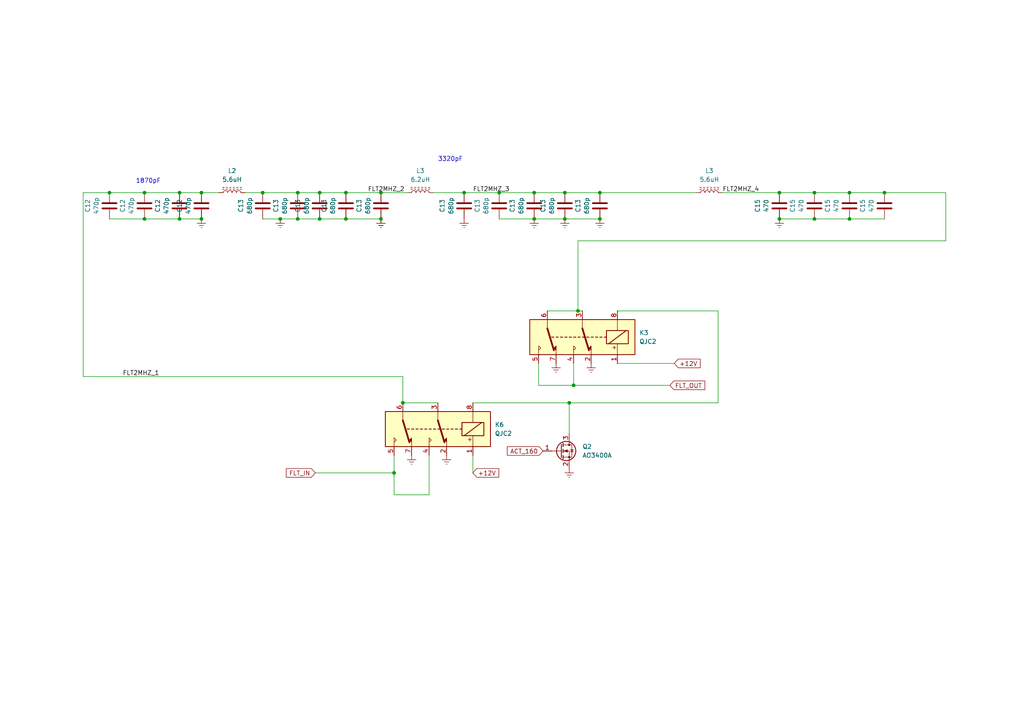
<source format=kicad_sch>
(kicad_sch (version 20230121) (generator eeschema)
  (paper "A4")
  (lib_symbols
    (symbol "Device:C" (pin_numbers hide) (pin_names (offset 0.254))
      (property "Reference" "C" (at 0.635 2.54 0))
      (property "Value" "C" (at 0.635 -2.54 0))
      (symbol "C_0_1"
        (polyline (pts (xy -2.032 -0.762) (xy 2.032 -0.762)) (stroke (width 0.508)))
        (polyline (pts (xy -2.032 0.762) (xy 2.032 0.762)) (stroke (width 0.508)))
      )
      (symbol "C_1_1"
        (pin passive line (at 0 3.81 270) (length 2.794) (name "~") (number "1"))
        (pin passive line (at 0 -3.81 90) (length 2.794) (name "~") (number "2"))
      )
    )
    (symbol "Device:L_Ferrite" (pin_numbers hide) (pin_names (offset 1.016) hide)
      (property "Reference" "L" (at -1.27 0 90))
      (property "Value" "L_Ferrite" (at 2.794 0 90))
      (symbol "L_Ferrite_0_1"
        (arc (start 0 -2.54) (mid 0.6323 -1.905) (end 0 -1.27))
        (arc (start 0 -1.27) (mid 0.6323 -0.635) (end 0 0))
        (polyline (pts (xy 1.016 -2.794) (xy 1.016 -2.286)))
        (polyline (pts (xy 1.016 -1.778) (xy 1.016 -1.27)))
        (polyline (pts (xy 1.016 -0.762) (xy 1.016 -0.254)))
        (polyline (pts (xy 1.016 0.254) (xy 1.016 0.762)))
        (polyline (pts (xy 1.016 1.27) (xy 1.016 1.778)))
        (polyline (pts (xy 1.016 2.286) (xy 1.016 2.794)))
        (polyline (pts (xy 1.524 -2.286) (xy 1.524 -2.794)))
        (polyline (pts (xy 1.524 -1.27) (xy 1.524 -1.778)))
        (polyline (pts (xy 1.524 -0.254) (xy 1.524 -0.762)))
        (polyline (pts (xy 1.524 0.762) (xy 1.524 0.254)))
        (polyline (pts (xy 1.524 1.778) (xy 1.524 1.27)))
        (polyline (pts (xy 1.524 2.794) (xy 1.524 2.286)))
        (arc (start 0 0) (mid 0.6323 0.635) (end 0 1.27))
        (arc (start 0 1.27) (mid 0.6323 1.905) (end 0 2.54))
      )
      (symbol "L_Ferrite_1_1"
        (pin passive line (at 0 3.81 270) (length 1.27) (name "1") (number "1"))
        (pin passive line (at 0 -3.81 90) (length 1.27) (name "2") (number "2"))
      )
    )
    (symbol "Relay:G6K-2"
      (property "Reference" "K" (at 16.51 3.81 0))
      (property "Value" "G6K-2" (at 16.51 1.27 0))
      (symbol "G6K-2_0_0"
        (text "+" (at -9.271 2.921 0) (effects (font (size 1.27 1.27))))
      )
      (symbol "G6K-2_0_1"
        (rectangle (start -15.24 5.08) (end 15.24 -5.08) (stroke (width 0.254)) (fill (type background)))
        (rectangle (start -13.335 1.905) (end -6.985 -1.905) (stroke (width 0.254)))
        (polyline (pts (xy -12.7 -1.905) (xy -7.62 1.905)) (stroke (width 0.254)))
        (polyline (pts (xy -10.16 -5.08) (xy -10.16 -1.905)))
        (polyline (pts (xy -10.16 5.08) (xy -10.16 1.905)))
        (polyline (pts (xy -6.985 0) (xy -6.35 0)) (stroke (width 0.254)))
        (polyline (pts (xy -5.715 0) (xy -5.08 0)) (stroke (width 0.254)))
        (polyline (pts (xy -4.445 0) (xy -3.81 0)) (stroke (width 0.254)))
        (polyline (pts (xy -3.175 0) (xy -2.54 0)) (stroke (width 0.254)))
        (polyline (pts (xy -1.905 0) (xy -1.27 0)) (stroke (width 0.254)))
        (polyline (pts (xy -0.635 0) (xy 0 0)) (stroke (width 0.254)))
        (polyline (pts (xy 0 -2.54) (xy -1.905 3.81)) (stroke (width 0.508)))
        (polyline (pts (xy 0 -2.54) (xy 0 -5.08)))
        (polyline (pts (xy 0.635 0) (xy 1.27 0)) (stroke (width 0.254)))
        (polyline (pts (xy 1.905 0) (xy 2.54 0)) (stroke (width 0.254)))
        (polyline (pts (xy 3.175 0) (xy 3.81 0)) (stroke (width 0.254)))
        (polyline (pts (xy 4.445 0) (xy 5.08 0)) (stroke (width 0.254)))
        (polyline (pts (xy 5.715 0) (xy 6.35 0)) (stroke (width 0.254)))
        (polyline (pts (xy 6.985 0) (xy 7.62 0)) (stroke (width 0.254)))
        (polyline (pts (xy 8.255 0) (xy 8.89 0)) (stroke (width 0.254)))
        (polyline (pts (xy 10.16 -2.54) (xy 8.255 3.81)) (stroke (width 0.508)))
        (polyline (pts (xy 10.16 -2.54) (xy 10.16 -5.08)))
        (polyline (pts (xy -2.54 5.08) (xy -2.54 2.54) (xy -1.905 3.175) (xy -2.54 3.81)) (fill (type outline)))
        (polyline (pts (xy 2.54 5.08) (xy 2.54 2.54) (xy 1.905 3.175) (xy 2.54 3.81)))
        (polyline (pts (xy 7.62 5.08) (xy 7.62 2.54) (xy 8.255 3.175) (xy 7.62 3.81)) (fill (type outline)))
        (polyline (pts (xy 12.7 5.08) (xy 12.7 2.54) (xy 12.065 3.175) (xy 12.7 3.81)))
      )
      (symbol "G6K-2_1_1"
        (pin passive line (at -10.16 7.62 270) (length 2.54) (name "~") (number "1"))
        (pin passive line (at -2.54 7.62 270) (length 2.54) (name "~") (number "2"))
        (pin passive line (at 0 -7.62 90) (length 2.54) (name "~") (number "3"))
        (pin passive line (at 2.54 7.62 270) (length 2.54) (name "~") (number "4"))
        (pin passive line (at 12.7 7.62 270) (length 2.54) (name "~") (number "5"))
        (pin passive line (at 10.16 -7.62 90) (length 2.54) (name "~") (number "6"))
        (pin passive line (at 7.62 7.62 270) (length 2.54) (name "~") (number "7"))
        (pin passive line (at -10.16 -7.62 90) (length 2.54) (name "~") (number "8"))
      )
    )
    (symbol "Transistor_FET:AO3400A" (pin_names hide)
      (property "Reference" "Q" (at 5.08 1.905 0))
      (property "Value" "AO3400A" (at 5.08 0 0))
      (symbol "AO3400A_0_1"
        (polyline (pts (xy 0.254 0) (xy -2.54 0)))
        (polyline (pts (xy 0.254 1.905) (xy 0.254 -1.905)) (stroke (width 0.254)))
        (polyline (pts (xy 0.762 -1.27) (xy 0.762 -2.286)) (stroke (width 0.254)))
        (polyline (pts (xy 0.762 0.508) (xy 0.762 -0.508)) (stroke (width 0.254)))
        (polyline (pts (xy 0.762 2.286) (xy 0.762 1.27)) (stroke (width 0.254)))
        (polyline (pts (xy 2.54 2.54) (xy 2.54 1.778)))
        (polyline (pts (xy 2.54 -2.54) (xy 2.54 0) (xy 0.762 0)))
        (polyline (pts (xy 0.762 -1.778) (xy 3.302 -1.778) (xy 3.302 1.778) (xy 0.762 1.778)))
        (polyline (pts (xy 1.016 0) (xy 2.032 0.381) (xy 2.032 -0.381) (xy 1.016 0)) (fill (type outline)))
        (polyline (pts (xy 2.794 0.508) (xy 2.921 0.381) (xy 3.683 0.381) (xy 3.81 0.254)))
        (polyline (pts (xy 3.302 0.381) (xy 2.921 -0.254) (xy 3.683 -0.254) (xy 3.302 0.381)))
        (circle (center 1.651 0) (radius 2.794) (stroke (width 0.254)))
        (circle (center 2.54 -1.778) (radius 0.254) (fill (type outline)))
        (circle (center 2.54 1.778) (radius 0.254) (fill (type outline)))
      )
      (symbol "AO3400A_1_1"
        (pin input line (at -5.08 0 0) (length 2.54) (name "G") (number "1"))
        (pin passive line (at 2.54 -5.08 90) (length 2.54) (name "S") (number "2"))
        (pin passive line (at 2.54 5.08 270) (length 2.54) (name "D") (number "3"))
      )
    )
    (symbol "power:Earth" (power) (pin_names (offset 0))
      (symbol "Earth_0_1"
        (polyline (pts (xy -0.635 -1.905) (xy 0.635 -1.905)))
        (polyline (pts (xy -0.127 -2.54) (xy 0.127 -2.54)))
        (polyline (pts (xy 0 -1.27) (xy 0 0)))
        (polyline (pts (xy 1.27 -1.27) (xy -1.27 -1.27)))
      )
      (symbol "Earth_1_1"
        (pin power_in line (at 0 0 270) (length 0) hide (name "Earth") (number "1"))
      )
    )
  )
  (junction (at 92.71 63.5))
  (junction (at 256.54 55.88))
  (junction (at 246.38 63.5))
  (junction (at 134.62 55.88))
  (junction (at 81.28 63.5))
  (junction (at 41.91 63.5))
  (junction (at 154.94 63.5))
  (junction (at 163.83 55.88))
  (junction (at 226.06 63.5))
  (junction (at 236.22 63.5))
  (junction (at 100.33 63.5))
  (junction (at 163.83 63.5))
  (junction (at 92.71 55.88))
  (junction (at 52.07 63.5))
  (junction (at 31.75 55.88))
  (junction (at 226.06 55.88))
  (junction (at 52.07 55.88))
  (junction (at 144.78 55.88))
  (junction (at 86.36 63.5))
  (junction (at 41.91 55.88))
  (junction (at 246.38 55.88))
  (junction (at 86.36 55.88))
  (junction (at 76.2 55.88))
  (junction (at 154.94 55.88))
  (junction (at 58.42 55.88))
  (junction (at 116.84 116.84))
  (junction (at 167.64 90.17))
  (junction (at 236.22 55.88))
  (junction (at 58.42 63.5))
  (junction (at 100.33 55.88))
  (junction (at 173.99 63.5))
  (junction (at 110.49 55.88))
  (junction (at 165.1 116.84))
  (junction (at 166.37 111.76))
  (junction (at 114.3 137.16))
  (junction (at 173.99 55.88))
  (junction (at 110.49 63.5))
  (wire (pts (xy 246.38 63.5) (xy 236.22 63.5)))
  (wire (pts (xy 166.37 111.76) (xy 194.31 111.76)))
  (wire (pts (xy 208.28 90.17) (xy 208.28 116.84)))
  (wire (pts (xy 86.36 63.5) (xy 92.71 63.5)))
  (wire (pts (xy 110.49 55.88) (xy 118.11 55.88)))
  (wire (pts (xy 125.73 55.88) (xy 134.62 55.88)))
  (wire (pts (xy 71.12 55.88) (xy 76.2 55.88)))
  (wire (pts (xy 236.22 63.5) (xy 226.06 63.5)))
  (wire (pts (xy 156.21 105.41) (xy 156.21 111.76)))
  (wire (pts (xy 114.3 143.51) (xy 114.3 137.16)))
  (wire (pts (xy 163.83 55.88) (xy 173.99 55.88)))
  (wire (pts (xy 208.28 116.84) (xy 165.1 116.84)))
  (wire (pts (xy 274.32 69.85) (xy 274.32 55.88)))
  (wire (pts (xy 154.94 55.88) (xy 163.83 55.88)))
  (wire (pts (xy 124.46 132.08) (xy 124.46 143.51)))
  (wire (pts (xy 137.16 137.16) (xy 137.16 132.08)))
  (wire (pts (xy 167.64 69.85) (xy 274.32 69.85)))
  (wire (pts (xy 76.2 63.5) (xy 81.28 63.5)))
  (wire (pts (xy 76.2 55.88) (xy 86.36 55.88)))
  (wire (pts (xy 52.07 63.5) (xy 58.42 63.5)))
  (wire (pts (xy 144.78 63.5) (xy 154.94 63.5)))
  (wire (pts (xy 24.13 109.22) (xy 24.13 55.88)))
  (wire (pts (xy 179.07 105.41) (xy 195.58 105.41)))
  (wire (pts (xy 236.22 55.88) (xy 246.38 55.88)))
  (wire (pts (xy 92.71 55.88) (xy 100.33 55.88)))
  (wire (pts (xy 165.1 116.84) (xy 165.1 125.73)))
  (wire (pts (xy 246.38 55.88) (xy 256.54 55.88)))
  (wire (pts (xy 31.75 63.5) (xy 41.91 63.5)))
  (wire (pts (xy 124.46 143.51) (xy 114.3 143.51)))
  (wire (pts (xy 209.55 55.88) (xy 226.06 55.88)))
  (wire (pts (xy 226.06 55.88) (xy 236.22 55.88)))
  (wire (pts (xy 116.84 116.84) (xy 127 116.84)))
  (wire (pts (xy 41.91 55.88) (xy 52.07 55.88)))
  (wire (pts (xy 31.75 55.88) (xy 41.91 55.88)))
  (wire (pts (xy 100.33 55.88) (xy 110.49 55.88)))
  (wire (pts (xy 154.94 63.5) (xy 163.83 63.5)))
  (wire (pts (xy 52.07 55.88) (xy 58.42 55.88)))
  (wire (pts (xy 179.07 90.17) (xy 208.28 90.17)))
  (wire (pts (xy 137.16 116.84) (xy 165.1 116.84)))
  (wire (pts (xy 41.91 63.5) (xy 52.07 63.5)))
  (wire (pts (xy 86.36 55.88) (xy 92.71 55.88)))
  (wire (pts (xy 167.64 69.85) (xy 167.64 90.17)))
  (wire (pts (xy 173.99 55.88) (xy 201.93 55.88)))
  (wire (pts (xy 134.62 55.88) (xy 144.78 55.88)))
  (wire (pts (xy 256.54 55.88) (xy 274.32 55.88)))
  (wire (pts (xy 144.78 55.88) (xy 154.94 55.88)))
  (wire (pts (xy 167.64 90.17) (xy 168.91 90.17)))
  (wire (pts (xy 256.54 63.5) (xy 246.38 63.5)))
  (wire (pts (xy 116.84 109.22) (xy 116.84 116.84)))
  (wire (pts (xy 24.13 55.88) (xy 31.75 55.88)))
  (wire (pts (xy 58.42 55.88) (xy 63.5 55.88)))
  (wire (pts (xy 100.33 63.5) (xy 110.49 63.5)))
  (wire (pts (xy 166.37 111.76) (xy 156.21 111.76)))
  (wire (pts (xy 24.13 109.22) (xy 116.84 109.22)))
  (wire (pts (xy 114.3 132.08) (xy 114.3 137.16)))
  (wire (pts (xy 92.71 63.5) (xy 100.33 63.5)))
  (wire (pts (xy 166.37 111.76) (xy 166.37 105.41)))
  (wire (pts (xy 91.44 137.16) (xy 114.3 137.16)))
  (wire (pts (xy 81.28 63.5) (xy 86.36 63.5)))
  (wire (pts (xy 167.64 90.17) (xy 158.75 90.17)))
  (wire (pts (xy 173.99 63.5) (xy 163.83 63.5)))
  (text "3320pF\n" (at 127 46.99 0) (effects (font (size 1.27 1.27)) (justify left bottom)))
  (text "1870pF" (at 39.37 53.34 0) (effects (font (size 1.27 1.27)) (justify left bottom)))
  (label "FLT2MHZ_1" (at 35.56 109.22 0))
  (label "FLT2MHZ_3" (at 137.16 55.88 0))
  (label "FLT2MHZ_2" (at 106.68 55.88 0))
  (label "FLT2MHZ_4" (at 209.55 55.88 0))
  (global_label "FLT_IN" (shape input) (at 91.44 137.16 180) (property "Intersheetrefs" "${INTERSHEET_REFS}" (effects hide)))
  (global_label "ACT_160" (shape input) (at 157.48 130.81 180) (property "Intersheetrefs" "${INTERSHEET_REFS}" (effects hide)))
  (global_label "FLT_OUT" (shape input) (at 194.31 111.76 0) (property "Intersheetrefs" "${INTERSHEET_REFS}" (effects hide)))
  (global_label "+12V" (shape input) (at 137.16 137.16 0) (property "Intersheetrefs" "${INTERSHEET_REFS}" (effects hide)))
  (global_label "+12V" (shape input) (at 195.58 105.41 0) (property "Intersheetrefs" "${INTERSHEET_REFS}" (effects hide)))
  (symbol (lib_id "Device:C") (at 256.54 59.69 0) (mirror x) (unit 1)
    (property "Reference" "C15" (at 250.19 59.69 90))
    (property "Value" "470" (at 252.73 59.69 90))
    (property "Footprint" "Capacitor_SMD:C_1206_3216Metric" (effects hide))
    (instances (project "PA_LPF" (path "" (reference "C15") (unit 1))) (project "BPF_TX_INJ" (path "" (reference "C15") (unit 1))) (project "HiPowerLPF" (path "" (reference "C6") (unit 1)) (path "" (reference "C30") (unit 1)) (path "" (reference "C6") (unit 1))) (project "RF_PA" (path "" (reference "C5") (unit 1))) (project "AD831_Mixer" (path "" (reference "C19") (unit 1))))
  )
  (symbol (lib_id "Device:C") (at 154.94 59.69 0) (mirror x) (unit 1)
    (property "Reference" "C13" (at 148.59 59.69 90))
    (property "Value" "680p" (at 151.13 59.69 90))
    (property "Footprint" "Capacitor_SMD:C_1206_3216Metric" (effects hide))
    (instances (project "PA_LPF" (path "" (reference "C13") (unit 1))) (project "BPF_TX_INJ" (path "" (reference "C15") (unit 1))) (project "HiPowerLPF" (path "" (reference "C4") (unit 1)) (path "" (reference "C38") (unit 1)) (path "" (reference "C5") (unit 1))) (project "RF_PA" (path "" (reference "C4") (unit 1))) (project "AD831_Mixer" (path "" (reference "C19") (unit 1))))
  )
  (symbol (lib_id "Device:C") (at 86.36 59.69 0) (mirror x) (unit 1)
    (property "Reference" "C13" (at 80.01 59.69 90))
    (property "Value" "680p" (at 82.55 59.69 90))
    (property "Footprint" "Capacitor_SMD:C_1206_3216Metric" (effects hide))
    (instances (project "PA_LPF" (path "" (reference "C13") (unit 1))) (project "BPF_TX_INJ" (path "" (reference "C15") (unit 1))) (project "HiPowerLPF" (path "" (reference "C4") (unit 1)) (path "" (reference "C34") (unit 1)) (path "" (reference "C4") (unit 1))) (project "RF_PA" (path "" (reference "C4") (unit 1))) (project "AD831_Mixer" (path "" (reference "C19") (unit 1))))
  )
  (symbol (lib_id "power:Earth") (at 165.1 135.89 0) (mirror y) (unit 1)
    (property "Reference" "#PWR022" (effects hide))
    (property "Value" "Earth" (effects hide))
    (instances (project "PA_LPF" (path "" (reference "#PWR022") (unit 1))) (project "BPF_TX_INJ" (path "" (reference "#PWR023") (unit 1))) (project "HiPowerLPF" (path "" (reference "#PWR013") (unit 1)) (path "" (reference "#PWR049") (unit 1)) (path "" (reference "#PWR015") (unit 1))) (project "RF_PA" (path "" (reference "#PWR019") (unit 1))) (project "AD831_Mixer" (path "" (reference "#PWR020") (unit 1))))
  )
  (symbol (lib_id "power:Earth") (at 226.06 63.5 0) (mirror y) (unit 1)
    (property "Reference" "#PWR025" (effects hide))
    (property "Value" "Earth" (effects hide))
    (instances (project "PA_LPF" (path "" (reference "#PWR025") (unit 1))) (project "BPF_TX_INJ" (path "" (reference "#PWR025") (unit 1))) (project "HiPowerLPF" (path "" (reference "#PWR016") (unit 1)) (path "" (reference "#PWR067") (unit 1)) (path "" (reference "#PWR016") (unit 1))) (project "RF_PA" (path "" (reference "#PWR010") (unit 1))) (project "AD831_Mixer" (path "" (reference "#PWR020") (unit 1))))
  )
  (symbol (lib_id "Device:C") (at 226.06 59.69 0) (mirror x) (unit 1)
    (property "Reference" "C15" (at 219.71 59.69 90))
    (property "Value" "470" (at 222.25 59.69 90))
    (property "Footprint" "Capacitor_SMD:C_1206_3216Metric" (effects hide))
    (instances (project "PA_LPF" (path "" (reference "C15") (unit 1))) (project "BPF_TX_INJ" (path "" (reference "C15") (unit 1))) (project "HiPowerLPF" (path "" (reference "C6") (unit 1)) (path "" (reference "C18") (unit 1)) (path "" (reference "C6") (unit 1))) (project "RF_PA" (path "" (reference "C5") (unit 1))) (project "AD831_Mixer" (path "" (reference "C19") (unit 1))))
  )
  (symbol (lib_id "power:Earth") (at 171.45 105.41 0) (mirror y) (unit 1)
    (property "Reference" "#PWR022" (effects hide))
    (property "Value" "Earth" (effects hide))
    (instances (project "PA_LPF" (path "" (reference "#PWR022") (unit 1))) (project "BPF_TX_INJ" (path "" (reference "#PWR023") (unit 1))) (project "HiPowerLPF" (path "" (reference "#PWR013") (unit 1)) (path "" (reference "#PWR068") (unit 1)) (path "" (reference "#PWR013") (unit 1))) (project "RF_PA" (path "" (reference "#PWR019") (unit 1))) (project "AD831_Mixer" (path "" (reference "#PWR020") (unit 1))))
  )
  (symbol (lib_id "Device:C") (at 236.22 59.69 0) (mirror x) (unit 1)
    (property "Reference" "C15" (at 229.87 59.69 90))
    (property "Value" "470" (at 232.41 59.69 90))
    (property "Footprint" "Capacitor_SMD:C_1206_3216Metric" (effects hide))
    (instances (project "PA_LPF" (path "" (reference "C15") (unit 1))) (project "BPF_TX_INJ" (path "" (reference "C15") (unit 1))) (project "HiPowerLPF" (path "" (reference "C6") (unit 1)) (path "" (reference "C32") (unit 1)) (path "" (reference "C6") (unit 1))) (project "RF_PA" (path "" (reference "C5") (unit 1))) (project "AD831_Mixer" (path "" (reference "C19") (unit 1))))
  )
  (symbol (lib_id "power:Earth") (at 134.62 63.5 0) (mirror y) (unit 1)
    (property "Reference" "#PWR020" (effects hide))
    (property "Value" "Earth" (effects hide))
    (instances (project "PA_LPF" (path "" (reference "#PWR020") (unit 1))) (project "BPF_TX_INJ" (path "" (reference "#PWR025") (unit 1))) (project "HiPowerLPF" (path "" (reference "#PWR011") (unit 1)) (path "" (reference "#PWR048") (unit 1)) (path "" (reference "#PWR014") (unit 1))) (project "RF_PA" (path "" (reference "#PWR012") (unit 1))) (project "AD831_Mixer" (path "" (reference "#PWR020") (unit 1))))
  )
  (symbol (lib_id "power:Earth") (at 58.42 63.5 0) (mirror y) (unit 1)
    (property "Reference" "#PWR018" (effects hide))
    (property "Value" "Earth" (effects hide))
    (instances (project "PA_LPF" (path "" (reference "#PWR018") (unit 1))) (project "BPF_TX_INJ" (path "" (reference "#PWR025") (unit 1))) (project "HiPowerLPF" (path "" (reference "#PWR09") (unit 1)) (path "" (reference "#PWR064") (unit 1)) (path "" (reference "#PWR09") (unit 1))) (project "RF_PA" (path "" (reference "#PWR014") (unit 1))) (project "AD831_Mixer" (path "" (reference "#PWR020") (unit 1))))
  )
  (symbol (lib_id "power:Earth") (at 119.38 132.08 0) (mirror y) (unit 1)
    (property "Reference" "#PWR021" (effects hide))
    (property "Value" "Earth" (effects hide))
    (instances (project "PA_LPF" (path "" (reference "#PWR021") (unit 1))) (project "BPF_TX_INJ" (path "" (reference "#PWR022") (unit 1))) (project "HiPowerLPF" (path "" (reference "#PWR012") (unit 1)) (path "" (reference "#PWR045") (unit 1)) (path "" (reference "#PWR012") (unit 1))) (project "RF_PA" (path "" (reference "#PWR016") (unit 1))) (project "AD831_Mixer" (path "" (reference "#PWR020") (unit 1))))
  )
  (symbol (lib_id "Device:C") (at 173.99 59.69 0) (mirror x) (unit 1)
    (property "Reference" "C13" (at 167.64 59.69 90))
    (property "Value" "680p" (at 170.18 59.69 90))
    (property "Footprint" "Capacitor_SMD:C_1206_3216Metric" (effects hide))
    (instances (project "PA_LPF" (path "" (reference "C13") (unit 1))) (project "BPF_TX_INJ" (path "" (reference "C15") (unit 1))) (project "HiPowerLPF" (path "" (reference "C4") (unit 1)) (path "" (reference "C40") (unit 1)) (path "" (reference "C5") (unit 1))) (project "RF_PA" (path "" (reference "C4") (unit 1))) (project "AD831_Mixer" (path "" (reference "C19") (unit 1))))
  )
  (symbol (lib_id "power:Earth") (at 81.28 63.5 0) (mirror y) (unit 1)
    (property "Reference" "#PWR018" (effects hide))
    (property "Value" "Earth" (effects hide))
    (instances (project "PA_LPF" (path "" (reference "#PWR018") (unit 1))) (project "BPF_TX_INJ" (path "" (reference "#PWR025") (unit 1))) (project "HiPowerLPF" (path "" (reference "#PWR09") (unit 1)) (path "" (reference "#PWR062") (unit 1)) (path "" (reference "#PWR09") (unit 1))) (project "RF_PA" (path "" (reference "#PWR014") (unit 1))) (project "AD831_Mixer" (path "" (reference "#PWR020") (unit 1))))
  )
  (symbol (lib_id "Device:C") (at 134.62 59.69 0) (mirror x) (unit 1)
    (property "Reference" "C13" (at 128.27 59.69 90))
    (property "Value" "680p" (at 130.81 59.69 90))
    (property "Footprint" "Capacitor_SMD:C_1206_3216Metric" (effects hide))
    (instances (project "PA_LPF" (path "" (reference "C13") (unit 1))) (project "BPF_TX_INJ" (path "" (reference "C15") (unit 1))) (project "HiPowerLPF" (path "" (reference "C4") (unit 1)) (path "" (reference "C19") (unit 1)) (path "" (reference "C5") (unit 1))) (project "RF_PA" (path "" (reference "C4") (unit 1))) (project "AD831_Mixer" (path "" (reference "C19") (unit 1))))
  )
  (symbol (lib_id "power:Earth") (at 163.83 63.5 0) (mirror y) (unit 1)
    (property "Reference" "#PWR025" (effects hide))
    (property "Value" "Earth" (effects hide))
    (instances (project "PA_LPF" (path "" (reference "#PWR025") (unit 1))) (project "BPF_TX_INJ" (path "" (reference "#PWR025") (unit 1))) (project "HiPowerLPF" (path "" (reference "#PWR016") (unit 1)) (path "" (reference "#PWR047") (unit 1)) (path "" (reference "#PWR016") (unit 1))) (project "RF_PA" (path "" (reference "#PWR010") (unit 1))) (project "AD831_Mixer" (path "" (reference "#PWR020") (unit 1))))
  )
  (symbol (lib_id "Device:C") (at 41.91 59.69 0) (mirror x) (unit 1)
    (property "Reference" "C12" (at 35.56 59.69 90))
    (property "Value" "470p" (at 38.1 59.69 90))
    (property "Footprint" "Capacitor_SMD:C_1206_3216Metric" (effects hide))
    (instances (project "PA_LPF" (path "" (reference "C12") (unit 1))) (project "BPF_TX_INJ" (path "" (reference "C15") (unit 1))) (project "HiPowerLPF" (path "" (reference "C3") (unit 1)) (path "" (reference "C28") (unit 1)) (path "" (reference "C3") (unit 1))) (project "RF_PA" (path "" (reference "C3") (unit 1))) (project "AD831_Mixer" (path "" (reference "C19") (unit 1))))
  )
  (symbol (lib_id "Device:C") (at 76.2 59.69 0) (mirror x) (unit 1)
    (property "Reference" "C13" (at 69.85 59.69 90))
    (property "Value" "680p" (at 72.39 59.69 90))
    (property "Footprint" "Capacitor_SMD:C_1206_3216Metric" (effects hide))
    (instances (project "PA_LPF" (path "" (reference "C13") (unit 1))) (project "BPF_TX_INJ" (path "" (reference "C15") (unit 1))) (project "HiPowerLPF" (path "" (reference "C4") (unit 1)) (path "" (reference "C33") (unit 1)) (path "" (reference "C4") (unit 1))) (project "RF_PA" (path "" (reference "C4") (unit 1))) (project "AD831_Mixer" (path "" (reference "C19") (unit 1))))
  )
  (symbol (lib_id "power:Earth") (at 129.54 132.08 0) (mirror y) (unit 1)
    (property "Reference" "#PWR022" (effects hide))
    (property "Value" "Earth" (effects hide))
    (instances (project "PA_LPF" (path "" (reference "#PWR022") (unit 1))) (project "BPF_TX_INJ" (path "" (reference "#PWR023") (unit 1))) (project "HiPowerLPF" (path "" (reference "#PWR013") (unit 1)) (path "" (reference "#PWR046") (unit 1)) (path "" (reference "#PWR013") (unit 1))) (project "RF_PA" (path "" (reference "#PWR019") (unit 1))) (project "AD831_Mixer" (path "" (reference "#PWR020") (unit 1))))
  )
  (symbol (lib_id "Device:C") (at 163.83 59.69 0) (mirror x) (unit 1)
    (property "Reference" "C13" (at 157.48 59.69 90))
    (property "Value" "680p" (at 160.02 59.69 90))
    (property "Footprint" "Capacitor_SMD:C_1206_3216Metric" (effects hide))
    (instances (project "PA_LPF" (path "" (reference "C13") (unit 1))) (project "BPF_TX_INJ" (path "" (reference "C15") (unit 1))) (project "HiPowerLPF" (path "" (reference "C4") (unit 1)) (path "" (reference "C39") (unit 1)) (path "" (reference "C5") (unit 1))) (project "RF_PA" (path "" (reference "C4") (unit 1))) (project "AD831_Mixer" (path "" (reference "C19") (unit 1))))
  )
  (symbol (lib_id "Transistor_FET:AO3400A") (at 162.56 130.81 0) (unit 1)
    (property "Reference" "Q2" (at 168.91 129.54 0) (effects (justify left)))
    (property "Value" "AO3400A" (at 168.91 132.08 0) (effects (justify left)))
    (property "Footprint" "Package_TO_SOT_SMD:SOT-23" (effects hide))
    (property "Datasheet" "http://www.aosmd.com/pdfs/datasheet/AO3400A.pdf" (effects hide))
    (instances (project "HiPowerLPF" (path "" (reference "Q2") (unit 1)) (path "" (reference "Q3") (unit 1))))
  )
  (symbol (lib_id "Relay:G6K-2") (at 127 124.46 180) (unit 1)
    (property "Reference" "K6" (at 143.51 123.19 0) (effects (justify right)))
    (property "Value" "QJC2" (at 143.51 125.73 0) (effects (justify right)))
    (property "Footprint" "PhilsFootprintLibrary:Relay_QJC2" (effects hide))
    (property "Datasheet" "http://omronfs.omron.com/en_US/ecb/products/pdf/en-g6k.pdf" (effects hide))
    (instances (project "HiPowerLPF" (path "" (reference "K6") (unit 1)) (path "" (reference "K1") (unit 1))))
  )
  (symbol (lib_id "power:Earth") (at 110.49 63.5 0) (mirror y) (unit 1)
    (property "Reference" "#PWR018" (effects hide))
    (property "Value" "Earth" (effects hide))
    (instances (project "PA_LPF" (path "" (reference "#PWR018") (unit 1))) (project "BPF_TX_INJ" (path "" (reference "#PWR025") (unit 1))) (project "HiPowerLPF" (path "" (reference "#PWR09") (unit 1)) (path "" (reference "#PWR043") (unit 1)) (path "" (reference "#PWR09") (unit 1))) (project "RF_PA" (path "" (reference "#PWR014") (unit 1))) (project "AD831_Mixer" (path "" (reference "#PWR020") (unit 1))))
  )
  (symbol (lib_id "power:Earth") (at 110.49 63.5 0) (mirror y) (unit 1)
    (property "Reference" "#PWR020" (effects hide))
    (property "Value" "Earth" (effects hide))
    (instances (project "PA_LPF" (path "" (reference "#PWR020") (unit 1))) (project "BPF_TX_INJ" (path "" (reference "#PWR025") (unit 1))) (project "HiPowerLPF" (path "" (reference "#PWR011") (unit 1)) (path "" (reference "#PWR044") (unit 1)) (path "" (reference "#PWR011") (unit 1))) (project "RF_PA" (path "" (reference "#PWR012") (unit 1))) (project "AD831_Mixer" (path "" (reference "#PWR020") (unit 1))))
  )
  (symbol (lib_id "Device:L_Ferrite") (at 121.92 55.88 90) (unit 1)
    (property "Reference" "L3" (at 121.92 49.53 90))
    (property "Value" "6.2uH" (at 121.92 52.07 90))
    (property "Footprint" "Inductor_THT:L_Toroid_Vertical_L28.6mm_W14.3mm_P11.43mm_Bourns_5700" (effects hide))
    (instances (project "PA_LPF" (path "" (reference "L3") (unit 1))) (project "HiPowerLPF" (path "" (reference "L2") (unit 1)) (path "" (reference "L7") (unit 1)) (path "" (reference "L2") (unit 1))) (project "RF_PA" (path "" (reference "L2") (unit 1))))
  )
  (symbol (lib_id "Device:L_Ferrite") (at 205.74 55.88 90) (unit 1)
    (property "Reference" "L3" (at 205.74 49.53 90))
    (property "Value" "5.6uH" (at 205.74 52.07 90))
    (property "Footprint" "Inductor_THT:L_Toroid_Vertical_L28.6mm_W14.3mm_P11.43mm_Bourns_5700" (effects hide))
    (instances (project "PA_LPF" (path "" (reference "L3") (unit 1))) (project "HiPowerLPF" (path "" (reference "L2") (unit 1)) (path "" (reference "L6") (unit 1)) (path "" (reference "L3") (unit 1))) (project "RF_PA" (path "" (reference "L2") (unit 1))))
  )
  (symbol (lib_id "Device:C") (at 92.71 59.69 0) (mirror x) (unit 1)
    (property "Reference" "C13" (at 86.36 59.69 90))
    (property "Value" "680p" (at 88.9 59.69 90))
    (property "Footprint" "Capacitor_SMD:C_1206_3216Metric" (effects hide))
    (instances (project "PA_LPF" (path "" (reference "C13") (unit 1))) (project "BPF_TX_INJ" (path "" (reference "C15") (unit 1))) (project "HiPowerLPF" (path "" (reference "C4") (unit 1)) (path "" (reference "C35") (unit 1)) (path "" (reference "C4") (unit 1))) (project "RF_PA" (path "" (reference "C4") (unit 1))) (project "AD831_Mixer" (path "" (reference "C19") (unit 1))))
  )
  (symbol (lib_id "Device:C") (at 52.07 59.69 0) (mirror x) (unit 1)
    (property "Reference" "C12" (at 45.72 59.69 90))
    (property "Value" "470p" (at 48.26 59.69 90))
    (property "Footprint" "Capacitor_SMD:C_1206_3216Metric" (effects hide))
    (instances (project "PA_LPF" (path "" (reference "C12") (unit 1))) (project "BPF_TX_INJ" (path "" (reference "C15") (unit 1))) (project "HiPowerLPF" (path "" (reference "C3") (unit 1)) (path "" (reference "C27") (unit 1)) (path "" (reference "C3") (unit 1))) (project "RF_PA" (path "" (reference "C3") (unit 1))) (project "AD831_Mixer" (path "" (reference "C19") (unit 1))))
  )
  (symbol (lib_id "Device:C") (at 110.49 59.69 0) (mirror x) (unit 1)
    (property "Reference" "C13" (at 104.14 59.69 90))
    (property "Value" "680p" (at 106.68 59.69 90))
    (property "Footprint" "Capacitor_SMD:C_1206_3216Metric" (effects hide))
    (instances (project "PA_LPF" (path "" (reference "C13") (unit 1))) (project "BPF_TX_INJ" (path "" (reference "C15") (unit 1))) (project "HiPowerLPF" (path "" (reference "C4") (unit 1)) (path "" (reference "C17") (unit 1)) (path "" (reference "C4") (unit 1))) (project "RF_PA" (path "" (reference "C4") (unit 1))) (project "AD831_Mixer" (path "" (reference "C19") (unit 1))))
  )
  (symbol (lib_id "Relay:G6K-2") (at 168.91 97.79 180) (unit 1)
    (property "Reference" "K3" (at 185.42 96.52 0) (effects (justify right)))
    (property "Value" "QJC2" (at 185.42 99.06 0) (effects (justify right)))
    (property "Footprint" "PhilsFootprintLibrary:Relay_QJC2" (effects hide))
    (property "Datasheet" "http://omronfs.omron.com/en_US/ecb/products/pdf/en-g6k.pdf" (effects hide))
    (instances (project "HiPowerLPF" (path "" (reference "K3") (unit 1)) (path "" (reference "K1") (unit 1))))
  )
  (symbol (lib_id "Device:L_Ferrite") (at 67.31 55.88 90) (unit 1)
    (property "Reference" "L2" (at 67.31 49.53 90))
    (property "Value" "5.6uH" (at 67.31 52.07 90))
    (property "Footprint" "Inductor_THT:L_Toroid_Vertical_L28.6mm_W14.3mm_P11.43mm_Bourns_5700" (effects hide))
    (instances (project "PA_LPF" (path "" (reference "L2") (unit 1))) (project "HiPowerLPF" (path "" (reference "L1") (unit 1)) (path "" (reference "L5") (unit 1)) (path "" (reference "L1") (unit 1))) (project "RF_PA" (path "" (reference "L1") (unit 1))))
  )
  (symbol (lib_id "Device:C") (at 31.75 59.69 0) (mirror x) (unit 1)
    (property "Reference" "C12" (at 25.4 59.69 90))
    (property "Value" "470p" (at 27.94 59.69 90))
    (property "Footprint" "Capacitor_SMD:C_1206_3216Metric" (effects hide))
    (instances (project "PA_LPF" (path "" (reference "C12") (unit 1))) (project "BPF_TX_INJ" (path "" (reference "C15") (unit 1))) (project "HiPowerLPF" (path "" (reference "C3") (unit 1)) (path "" (reference "C29") (unit 1)) (path "" (reference "C3") (unit 1))) (project "RF_PA" (path "" (reference "C3") (unit 1))) (project "AD831_Mixer" (path "" (reference "C19") (unit 1))))
  )
  (symbol (lib_id "Device:C") (at 100.33 59.69 0) (mirror x) (unit 1)
    (property "Reference" "C13" (at 93.98 59.69 90))
    (property "Value" "680p" (at 96.52 59.69 90))
    (property "Footprint" "Capacitor_SMD:C_1206_3216Metric" (effects hide))
    (instances (project "PA_LPF" (path "" (reference "C13") (unit 1))) (project "BPF_TX_INJ" (path "" (reference "C15") (unit 1))) (project "HiPowerLPF" (path "" (reference "C4") (unit 1)) (path "" (reference "C36") (unit 1)) (path "" (reference "C4") (unit 1))) (project "RF_PA" (path "" (reference "C4") (unit 1))) (project "AD831_Mixer" (path "" (reference "C19") (unit 1))))
  )
  (symbol (lib_id "Device:C") (at 144.78 59.69 0) (mirror x) (unit 1)
    (property "Reference" "C13" (at 138.43 59.69 90))
    (property "Value" "680p" (at 140.97 59.69 90))
    (property "Footprint" "Capacitor_SMD:C_1206_3216Metric" (effects hide))
    (instances (project "PA_LPF" (path "" (reference "C13") (unit 1))) (project "BPF_TX_INJ" (path "" (reference "C15") (unit 1))) (project "HiPowerLPF" (path "" (reference "C4") (unit 1)) (path "" (reference "C37") (unit 1)) (path "" (reference "C5") (unit 1))) (project "RF_PA" (path "" (reference "C4") (unit 1))) (project "AD831_Mixer" (path "" (reference "C19") (unit 1))))
  )
  (symbol (lib_id "power:Earth") (at 161.29 105.41 0) (mirror y) (unit 1)
    (property "Reference" "#PWR022" (effects hide))
    (property "Value" "Earth" (effects hide))
    (instances (project "PA_LPF" (path "" (reference "#PWR022") (unit 1))) (project "BPF_TX_INJ" (path "" (reference "#PWR023") (unit 1))) (project "HiPowerLPF" (path "" (reference "#PWR013") (unit 1)) (path "" (reference "#PWR063") (unit 1)) (path "" (reference "#PWR013") (unit 1))) (project "RF_PA" (path "" (reference "#PWR019") (unit 1))) (project "AD831_Mixer" (path "" (reference "#PWR020") (unit 1))))
  )
  (symbol (lib_id "power:Earth") (at 173.99 63.5 0) (mirror y) (unit 1)
    (property "Reference" "#PWR025" (effects hide))
    (property "Value" "Earth" (effects hide))
    (instances (project "PA_LPF" (path "" (reference "#PWR025") (unit 1))) (project "BPF_TX_INJ" (path "" (reference "#PWR025") (unit 1))) (project "HiPowerLPF" (path "" (reference "#PWR016") (unit 1)) (path "" (reference "#PWR065") (unit 1)) (path "" (reference "#PWR016") (unit 1))) (project "RF_PA" (path "" (reference "#PWR010") (unit 1))) (project "AD831_Mixer" (path "" (reference "#PWR020") (unit 1))))
  )
  (symbol (lib_id "Device:C") (at 246.38 59.69 0) (mirror x) (unit 1)
    (property "Reference" "C15" (at 240.03 59.69 90))
    (property "Value" "470" (at 242.57 59.69 90))
    (property "Footprint" "Capacitor_SMD:C_1206_3216Metric" (effects hide))
    (instances (project "PA_LPF" (path "" (reference "C15") (unit 1))) (project "BPF_TX_INJ" (path "" (reference "C15") (unit 1))) (project "HiPowerLPF" (path "" (reference "C6") (unit 1)) (path "" (reference "C31") (unit 1)) (path "" (reference "C6") (unit 1))) (project "RF_PA" (path "" (reference "C5") (unit 1))) (project "AD831_Mixer" (path "" (reference "C19") (unit 1))))
  )
  (symbol (lib_id "power:Earth") (at 154.94 63.5 0) (mirror y) (unit 1)
    (property "Reference" "#PWR025" (effects hide))
    (property "Value" "Earth" (effects hide))
    (instances (project "PA_LPF" (path "" (reference "#PWR025") (unit 1))) (project "BPF_TX_INJ" (path "" (reference "#PWR025") (unit 1))) (project "HiPowerLPF" (path "" (reference "#PWR016") (unit 1)) (path "" (reference "#PWR066") (unit 1)) (path "" (reference "#PWR016") (unit 1))) (project "RF_PA" (path "" (reference "#PWR010") (unit 1))) (project "AD831_Mixer" (path "" (reference "#PWR020") (unit 1))))
  )
  (symbol (lib_id "Device:C") (at 58.42 59.69 0) (mirror x) (unit 1)
    (property "Reference" "C12" (at 52.07 59.69 90))
    (property "Value" "470p" (at 54.61 59.69 90))
    (property "Footprint" "Capacitor_SMD:C_1206_3216Metric" (effects hide))
    (instances (project "PA_LPF" (path "" (reference "C12") (unit 1))) (project "BPF_TX_INJ" (path "" (reference "C15") (unit 1))) (project "HiPowerLPF" (path "" (reference "C3") (unit 1)) (path "" (reference "C16") (unit 1)) (path "" (reference "C3") (unit 1))) (project "RF_PA" (path "" (reference "C3") (unit 1))) (project "AD831_Mixer" (path "" (reference "C19") (unit 1))))
  )
)
</source>
